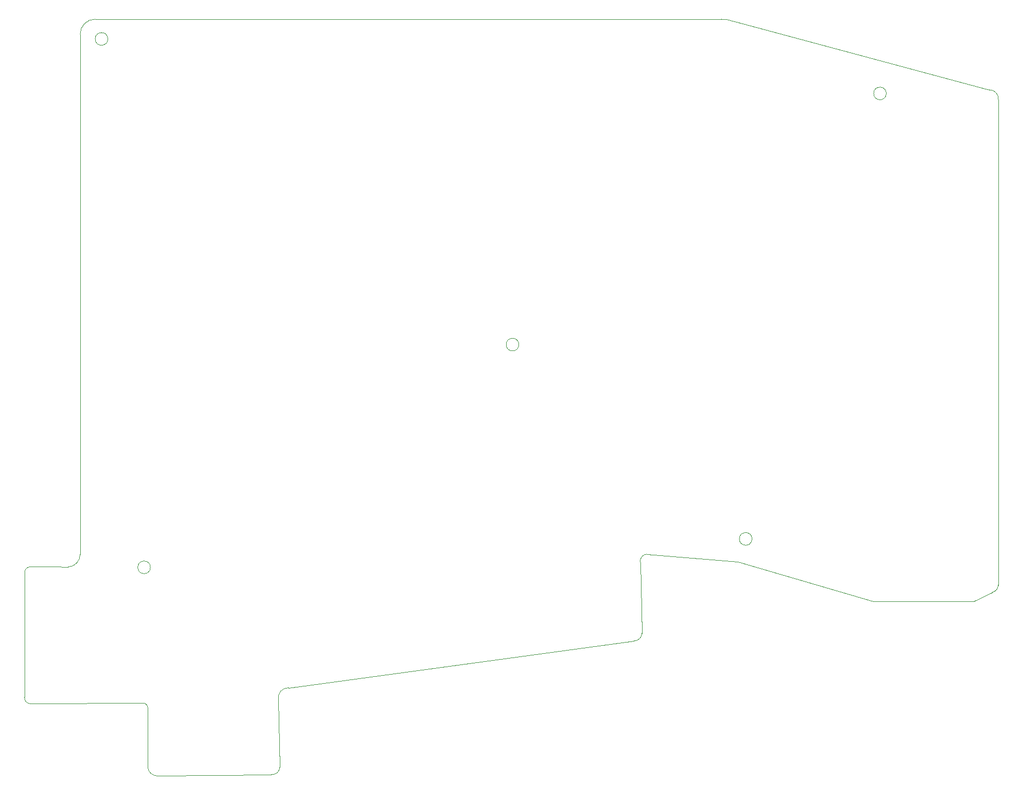
<source format=gbr>
%TF.GenerationSoftware,KiCad,Pcbnew,8.0.6*%
%TF.CreationDate,2025-02-14T20:47:42-05:00*%
%TF.ProjectId,KeyBoard_2nd_half,4b657942-6f61-4726-945f-326e645f6861,rev?*%
%TF.SameCoordinates,Original*%
%TF.FileFunction,Profile,NP*%
%FSLAX46Y46*%
G04 Gerber Fmt 4.6, Leading zero omitted, Abs format (unit mm)*
G04 Created by KiCad (PCBNEW 8.0.6) date 2025-02-14 20:47:42*
%MOMM*%
%LPD*%
G01*
G04 APERTURE LIST*
%TA.AperFunction,Profile*%
%ADD10C,0.050000*%
%TD*%
G04 APERTURE END LIST*
D10*
X195488400Y-125242301D02*
X211488400Y-125242301D01*
X74420439Y-36226189D02*
G75*
G02*
X72416435Y-36226189I-1002002J0D01*
G01*
X72416435Y-36226189D02*
G75*
G02*
X74420439Y-36226189I1002002J0D01*
G01*
X70037149Y-117757301D02*
G75*
G02*
X68085429Y-119796510I-1994049J-45099D01*
G01*
X82250273Y-152860428D02*
X100298400Y-152632301D01*
X79927247Y-141327781D02*
G75*
G02*
X80737682Y-142086467I50253J-758519D01*
G01*
X103005975Y-138909733D02*
X157711293Y-131489408D01*
X171528400Y-33112302D02*
G75*
G02*
X173268707Y-33408909I180000J-4197698D01*
G01*
X174098400Y-119002301D02*
X195488400Y-125242301D01*
X158656910Y-119010707D02*
G75*
G02*
X159730900Y-117757304I1144790J105907D01*
G01*
X82250273Y-152860428D02*
G75*
G02*
X80720272Y-151330428I27J1530028D01*
G01*
X158656910Y-119010707D02*
X158918400Y-130282301D01*
X70037100Y-35476101D02*
G75*
G02*
X72418400Y-33094850I2381490J-239D01*
G01*
X80737618Y-142086467D02*
X80720273Y-151330428D01*
X215306204Y-122672301D02*
G75*
G02*
X214418404Y-123782318I-1137704J-99D01*
G01*
X176357852Y-115353226D02*
G75*
G02*
X174353848Y-115353226I-1002002J0D01*
G01*
X174353848Y-115353226D02*
G75*
G02*
X176357852Y-115353226I1002002J0D01*
G01*
X101636969Y-151445194D02*
G75*
G02*
X100298402Y-152632286I-1195569J-106D01*
G01*
X68085430Y-119796561D02*
X66078400Y-119752301D01*
X81157852Y-119853226D02*
G75*
G02*
X79153848Y-119853226I-1002002J0D01*
G01*
X79153848Y-119853226D02*
G75*
G02*
X81157852Y-119853226I1002002J0D01*
G01*
X66078400Y-119752301D02*
X62083723Y-119751548D01*
X215306204Y-122672301D02*
X215348400Y-45882301D01*
X70037100Y-35476101D02*
X70037150Y-117757301D01*
X101411773Y-140713359D02*
X101636969Y-151445194D01*
X213898400Y-44263501D02*
X173268703Y-33408920D01*
X61244070Y-120763598D02*
G75*
G02*
X62083730Y-119751603I967130J51898D01*
G01*
X62211053Y-141445027D02*
X79927247Y-141327781D01*
X159730900Y-117757301D02*
X174098400Y-119002301D01*
X101411773Y-140713359D02*
G75*
G02*
X103005973Y-138909833I1561527J226059D01*
G01*
X213898400Y-44263501D02*
G75*
G02*
X215348398Y-45882301I0J-1458799D01*
G01*
X171528400Y-33112301D02*
X72418400Y-33094852D01*
X62211053Y-141445027D02*
G75*
G02*
X61232732Y-140421003I-32253J948527D01*
G01*
X214418400Y-123782301D02*
X211488400Y-125242301D01*
X158918400Y-130282301D02*
G75*
G02*
X157711293Y-131489400I-1207000J-99D01*
G01*
X139457852Y-84603226D02*
G75*
G02*
X137453848Y-84603226I-1002002J0D01*
G01*
X137453848Y-84603226D02*
G75*
G02*
X139457852Y-84603226I1002002J0D01*
G01*
X61244069Y-120763598D02*
X61232730Y-140421003D01*
X197607852Y-44853226D02*
G75*
G02*
X195603848Y-44853226I-1002002J0D01*
G01*
X195603848Y-44853226D02*
G75*
G02*
X197607852Y-44853226I1002002J0D01*
G01*
M02*

</source>
